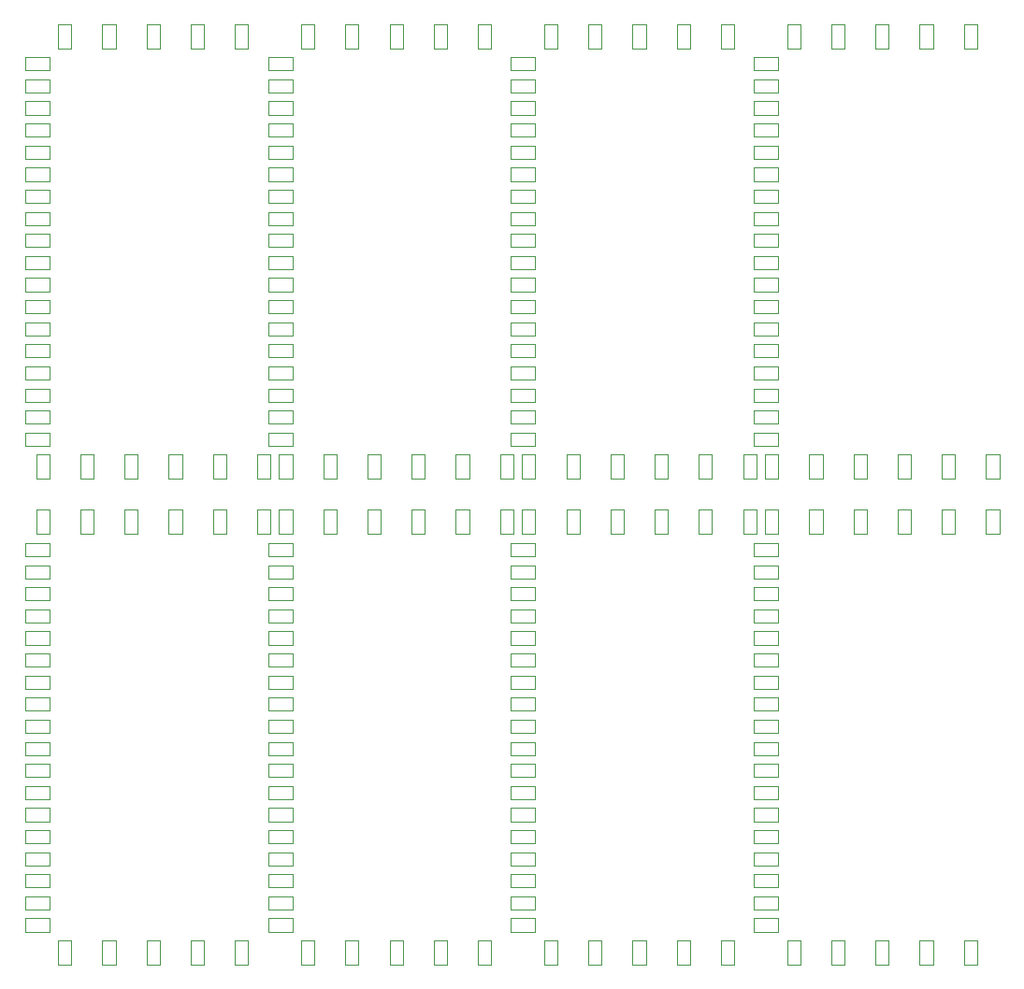
<source format=gbo>
G04 #@! TF.GenerationSoftware,KiCad,Pcbnew,(6.0.2-0)*
G04 #@! TF.CreationDate,2022-05-19T22:51:58+02:00*
G04 #@! TF.ProjectId,nixie,6e697869-652e-46b6-9963-61645f706362,rev?*
G04 #@! TF.SameCoordinates,Original*
G04 #@! TF.FileFunction,Legend,Bot*
G04 #@! TF.FilePolarity,Positive*
%FSLAX46Y46*%
G04 Gerber Fmt 4.6, Leading zero omitted, Abs format (unit mm)*
G04 Created by KiCad (PCBNEW (6.0.2-0)) date 2022-05-19 22:51:58*
%MOMM*%
%LPD*%
G01*
G04 APERTURE LIST*
%ADD10C,0.120000*%
G04 APERTURE END LIST*
D10*
G04 #@! TO.C,CP4*
X139100000Y-113400000D02*
X139100000Y-115600000D01*
X139100000Y-113400000D02*
X137900000Y-113400000D01*
X137900000Y-115600000D02*
X137900000Y-113400000D01*
X137900000Y-115600000D02*
X139100000Y-115600000D01*
G04 #@! TO.C,CP34*
X127900000Y-76600000D02*
X127900000Y-74400000D01*
X129100000Y-74400000D02*
X127900000Y-74400000D01*
X129100000Y-74400000D02*
X129100000Y-76600000D01*
X127900000Y-76600000D02*
X129100000Y-76600000D01*
G04 #@! TO.C,CP38*
X103900000Y-115600000D02*
X103900000Y-113400000D01*
X105100000Y-113400000D02*
X103900000Y-113400000D01*
X103900000Y-115600000D02*
X105100000Y-115600000D01*
X105100000Y-113400000D02*
X105100000Y-115600000D01*
G04 #@! TO.C,CP72*
X141100000Y-112600000D02*
X138900000Y-112600000D01*
X141100000Y-112600000D02*
X141100000Y-111400000D01*
X138900000Y-111400000D02*
X138900000Y-112600000D01*
X138900000Y-111400000D02*
X141100000Y-111400000D01*
G04 #@! TO.C,CP111*
X116900000Y-135400000D02*
X116900000Y-136600000D01*
X119100000Y-136600000D02*
X116900000Y-136600000D01*
X116900000Y-135400000D02*
X119100000Y-135400000D01*
X119100000Y-136600000D02*
X119100000Y-135400000D01*
G04 #@! TO.C,CP63*
X119100000Y-118400000D02*
X119100000Y-120600000D01*
X117900000Y-120600000D02*
X119100000Y-120600000D01*
X119100000Y-118400000D02*
X117900000Y-118400000D01*
X117900000Y-120600000D02*
X117900000Y-118400000D01*
G04 #@! TO.C,CP110*
X97100000Y-98600000D02*
X94900000Y-98600000D01*
X94900000Y-97400000D02*
X97100000Y-97400000D01*
X97100000Y-98600000D02*
X97100000Y-97400000D01*
X94900000Y-97400000D02*
X94900000Y-98600000D01*
G04 #@! TO.C,CP24*
X153900000Y-76600000D02*
X153900000Y-74400000D01*
X155100000Y-74400000D02*
X153900000Y-74400000D01*
X153900000Y-76600000D02*
X155100000Y-76600000D01*
X155100000Y-74400000D02*
X155100000Y-76600000D01*
G04 #@! TO.C,CP58*
X121100000Y-74400000D02*
X119900000Y-74400000D01*
X119900000Y-76600000D02*
X119900000Y-74400000D01*
X121100000Y-74400000D02*
X121100000Y-76600000D01*
X119900000Y-76600000D02*
X121100000Y-76600000D01*
G04 #@! TO.C,CP31*
X105900000Y-159600000D02*
X107100000Y-159600000D01*
X107100000Y-157400000D02*
X105900000Y-157400000D01*
X105900000Y-159600000D02*
X105900000Y-157400000D01*
X107100000Y-157400000D02*
X107100000Y-159600000D01*
G04 #@! TO.C,CP102*
X141100000Y-102600000D02*
X138900000Y-102600000D01*
X138900000Y-101400000D02*
X141100000Y-101400000D01*
X138900000Y-101400000D02*
X138900000Y-102600000D01*
X141100000Y-102600000D02*
X141100000Y-101400000D01*
G04 #@! TO.C,CP130*
X116900000Y-91400000D02*
X116900000Y-92600000D01*
X119100000Y-92600000D02*
X119100000Y-91400000D01*
X119100000Y-92600000D02*
X116900000Y-92600000D01*
X116900000Y-91400000D02*
X119100000Y-91400000D01*
G04 #@! TO.C,CP220*
X160900000Y-89400000D02*
X160900000Y-90600000D01*
X163100000Y-90600000D02*
X163100000Y-89400000D01*
X163100000Y-90600000D02*
X160900000Y-90600000D01*
X160900000Y-89400000D02*
X163100000Y-89400000D01*
G04 #@! TO.C,CP232*
X163100000Y-78600000D02*
X160900000Y-78600000D01*
X160900000Y-77400000D02*
X163100000Y-77400000D01*
X163100000Y-78600000D02*
X163100000Y-77400000D01*
X160900000Y-77400000D02*
X160900000Y-78600000D01*
G04 #@! TO.C,CP100*
X119100000Y-102600000D02*
X116900000Y-102600000D01*
X116900000Y-101400000D02*
X119100000Y-101400000D01*
X119100000Y-102600000D02*
X119100000Y-101400000D01*
X116900000Y-101400000D02*
X116900000Y-102600000D01*
G04 #@! TO.C,CP114*
X141100000Y-98600000D02*
X141100000Y-97400000D01*
X138900000Y-97400000D02*
X138900000Y-98600000D01*
X138900000Y-97400000D02*
X141100000Y-97400000D01*
X141100000Y-98600000D02*
X138900000Y-98600000D01*
G04 #@! TO.C,CP10*
X135900000Y-76600000D02*
X135900000Y-74400000D01*
X137100000Y-74400000D02*
X137100000Y-76600000D01*
X135900000Y-76600000D02*
X137100000Y-76600000D01*
X137100000Y-74400000D02*
X135900000Y-74400000D01*
G04 #@! TO.C,CP167*
X141100000Y-154600000D02*
X141100000Y-153400000D01*
X141100000Y-154600000D02*
X138900000Y-154600000D01*
X138900000Y-153400000D02*
X138900000Y-154600000D01*
X138900000Y-153400000D02*
X141100000Y-153400000D01*
G04 #@! TO.C,CP122*
X94900000Y-93400000D02*
X94900000Y-94600000D01*
X97100000Y-94600000D02*
X94900000Y-94600000D01*
X97100000Y-94600000D02*
X97100000Y-93400000D01*
X94900000Y-93400000D02*
X97100000Y-93400000D01*
G04 #@! TO.C,CP104*
X94900000Y-99400000D02*
X97100000Y-99400000D01*
X97100000Y-100600000D02*
X94900000Y-100600000D01*
X94900000Y-99400000D02*
X94900000Y-100600000D01*
X97100000Y-100600000D02*
X97100000Y-99400000D01*
G04 #@! TO.C,CP174*
X138900000Y-77400000D02*
X138900000Y-78600000D01*
X141100000Y-78600000D02*
X138900000Y-78600000D01*
X138900000Y-77400000D02*
X141100000Y-77400000D01*
X141100000Y-78600000D02*
X141100000Y-77400000D01*
G04 #@! TO.C,CP56*
X97900000Y-76600000D02*
X97900000Y-74400000D01*
X97900000Y-76600000D02*
X99100000Y-76600000D01*
X99100000Y-74400000D02*
X97900000Y-74400000D01*
X99100000Y-74400000D02*
X99100000Y-76600000D01*
G04 #@! TO.C,CP11*
X157900000Y-159600000D02*
X159100000Y-159600000D01*
X157900000Y-159600000D02*
X157900000Y-157400000D01*
X159100000Y-157400000D02*
X159100000Y-159600000D01*
X159100000Y-157400000D02*
X157900000Y-157400000D01*
G04 #@! TO.C,CP60*
X143100000Y-74400000D02*
X143100000Y-76600000D01*
X143100000Y-74400000D02*
X141900000Y-74400000D01*
X141900000Y-76600000D02*
X143100000Y-76600000D01*
X141900000Y-76600000D02*
X141900000Y-74400000D01*
G04 #@! TO.C,CP214*
X160900000Y-95400000D02*
X163100000Y-95400000D01*
X163100000Y-96600000D02*
X163100000Y-95400000D01*
X160900000Y-95400000D02*
X160900000Y-96600000D01*
X163100000Y-96600000D02*
X160900000Y-96600000D01*
G04 #@! TO.C,CP159*
X116900000Y-151400000D02*
X116900000Y-152600000D01*
X119100000Y-152600000D02*
X116900000Y-152600000D01*
X116900000Y-151400000D02*
X119100000Y-151400000D01*
X119100000Y-152600000D02*
X119100000Y-151400000D01*
G04 #@! TO.C,CP85*
X97100000Y-128600000D02*
X94900000Y-128600000D01*
X94900000Y-127400000D02*
X97100000Y-127400000D01*
X94900000Y-127400000D02*
X94900000Y-128600000D01*
X97100000Y-128600000D02*
X97100000Y-127400000D01*
G04 #@! TO.C,CP105*
X119100000Y-134600000D02*
X116900000Y-134600000D01*
X116900000Y-133400000D02*
X116900000Y-134600000D01*
X119100000Y-134600000D02*
X119100000Y-133400000D01*
X116900000Y-133400000D02*
X119100000Y-133400000D01*
G04 #@! TO.C,CP116*
X94900000Y-95400000D02*
X94900000Y-96600000D01*
X97100000Y-96600000D02*
X94900000Y-96600000D01*
X97100000Y-96600000D02*
X97100000Y-95400000D01*
X94900000Y-95400000D02*
X97100000Y-95400000D01*
G04 #@! TO.C,CP186*
X173100000Y-74400000D02*
X171900000Y-74400000D01*
X171900000Y-76600000D02*
X171900000Y-74400000D01*
X171900000Y-76600000D02*
X173100000Y-76600000D01*
X173100000Y-74400000D02*
X173100000Y-76600000D01*
G04 #@! TO.C,CP46*
X125100000Y-74400000D02*
X123900000Y-74400000D01*
X125100000Y-74400000D02*
X125100000Y-76600000D01*
X123900000Y-76600000D02*
X125100000Y-76600000D01*
X123900000Y-76600000D02*
X123900000Y-74400000D01*
G04 #@! TO.C,CP203*
X163100000Y-128600000D02*
X160900000Y-128600000D01*
X163100000Y-128600000D02*
X163100000Y-127400000D01*
X160900000Y-127400000D02*
X163100000Y-127400000D01*
X160900000Y-127400000D02*
X160900000Y-128600000D01*
G04 #@! TO.C,CP141*
X119100000Y-146600000D02*
X119100000Y-145400000D01*
X119100000Y-146600000D02*
X116900000Y-146600000D01*
X116900000Y-145400000D02*
X116900000Y-146600000D01*
X116900000Y-145400000D02*
X119100000Y-145400000D01*
G04 #@! TO.C,CP97*
X94900000Y-131400000D02*
X94900000Y-132600000D01*
X97100000Y-132600000D02*
X97100000Y-131400000D01*
X97100000Y-132600000D02*
X94900000Y-132600000D01*
X94900000Y-131400000D02*
X97100000Y-131400000D01*
G04 #@! TO.C,CP204*
X163100000Y-106600000D02*
X160900000Y-106600000D01*
X163100000Y-106600000D02*
X163100000Y-105400000D01*
X160900000Y-105400000D02*
X163100000Y-105400000D01*
X160900000Y-105400000D02*
X160900000Y-106600000D01*
G04 #@! TO.C,CP155*
X138900000Y-149400000D02*
X138900000Y-150600000D01*
X138900000Y-149400000D02*
X141100000Y-149400000D01*
X141100000Y-150600000D02*
X141100000Y-149400000D01*
X141100000Y-150600000D02*
X138900000Y-150600000D01*
G04 #@! TO.C,CP79*
X94900000Y-125400000D02*
X94900000Y-126600000D01*
X97100000Y-126600000D02*
X97100000Y-125400000D01*
X94900000Y-125400000D02*
X97100000Y-125400000D01*
X97100000Y-126600000D02*
X94900000Y-126600000D01*
G04 #@! TO.C,CP124*
X116900000Y-93400000D02*
X119100000Y-93400000D01*
X119100000Y-94600000D02*
X119100000Y-93400000D01*
X116900000Y-93400000D02*
X116900000Y-94600000D01*
X119100000Y-94600000D02*
X116900000Y-94600000D01*
G04 #@! TO.C,CP66*
X139900000Y-115600000D02*
X141100000Y-115600000D01*
X139900000Y-115600000D02*
X139900000Y-113400000D01*
X141100000Y-113400000D02*
X139900000Y-113400000D01*
X141100000Y-113400000D02*
X141100000Y-115600000D01*
G04 #@! TO.C,CP2*
X115900000Y-115600000D02*
X117100000Y-115600000D01*
X115900000Y-115600000D02*
X115900000Y-113400000D01*
X117100000Y-113400000D02*
X115900000Y-113400000D01*
X117100000Y-113400000D02*
X117100000Y-115600000D01*
G04 #@! TO.C,CP229*
X160900000Y-153400000D02*
X163100000Y-153400000D01*
X160900000Y-153400000D02*
X160900000Y-154600000D01*
X163100000Y-154600000D02*
X160900000Y-154600000D01*
X163100000Y-154600000D02*
X163100000Y-153400000D01*
G04 #@! TO.C,CP77*
X138900000Y-123400000D02*
X141100000Y-123400000D01*
X141100000Y-124600000D02*
X141100000Y-123400000D01*
X138900000Y-123400000D02*
X138900000Y-124600000D01*
X141100000Y-124600000D02*
X138900000Y-124600000D01*
G04 #@! TO.C,CP59*
X143100000Y-157400000D02*
X141900000Y-157400000D01*
X143100000Y-157400000D02*
X143100000Y-159600000D01*
X141900000Y-159600000D02*
X141900000Y-157400000D01*
X141900000Y-159600000D02*
X143100000Y-159600000D01*
G04 #@! TO.C,CP33*
X129100000Y-157400000D02*
X127900000Y-157400000D01*
X127900000Y-159600000D02*
X127900000Y-157400000D01*
X129100000Y-157400000D02*
X129100000Y-159600000D01*
X127900000Y-159600000D02*
X129100000Y-159600000D01*
G04 #@! TO.C,CP51*
X121900000Y-120600000D02*
X121900000Y-118400000D01*
X123100000Y-118400000D02*
X121900000Y-118400000D01*
X123100000Y-118400000D02*
X123100000Y-120600000D01*
X121900000Y-120600000D02*
X123100000Y-120600000D01*
G04 #@! TO.C,CP149*
X141100000Y-148600000D02*
X141100000Y-147400000D01*
X138900000Y-147400000D02*
X141100000Y-147400000D01*
X141100000Y-148600000D02*
X138900000Y-148600000D01*
X138900000Y-147400000D02*
X138900000Y-148600000D01*
G04 #@! TO.C,CP216*
X160900000Y-93400000D02*
X160900000Y-94600000D01*
X163100000Y-94600000D02*
X163100000Y-93400000D01*
X160900000Y-93400000D02*
X163100000Y-93400000D01*
X163100000Y-94600000D02*
X160900000Y-94600000D01*
G04 #@! TO.C,CP5*
X159900000Y-120600000D02*
X161100000Y-120600000D01*
X159900000Y-120600000D02*
X159900000Y-118400000D01*
X161100000Y-118400000D02*
X161100000Y-120600000D01*
X161100000Y-118400000D02*
X159900000Y-118400000D01*
G04 #@! TO.C,CP18*
X155900000Y-115600000D02*
X155900000Y-113400000D01*
X157100000Y-113400000D02*
X155900000Y-113400000D01*
X155900000Y-115600000D02*
X157100000Y-115600000D01*
X157100000Y-113400000D02*
X157100000Y-115600000D01*
G04 #@! TO.C,CP62*
X97100000Y-113400000D02*
X95900000Y-113400000D01*
X97100000Y-113400000D02*
X97100000Y-115600000D01*
X95900000Y-115600000D02*
X97100000Y-115600000D01*
X95900000Y-115600000D02*
X95900000Y-113400000D01*
G04 #@! TO.C,CP64*
X117900000Y-115600000D02*
X117900000Y-113400000D01*
X119100000Y-113400000D02*
X119100000Y-115600000D01*
X119100000Y-113400000D02*
X117900000Y-113400000D01*
X117900000Y-115600000D02*
X119100000Y-115600000D01*
G04 #@! TO.C,CP215*
X163100000Y-140600000D02*
X160900000Y-140600000D01*
X163100000Y-140600000D02*
X163100000Y-139400000D01*
X160900000Y-139400000D02*
X163100000Y-139400000D01*
X160900000Y-139400000D02*
X160900000Y-140600000D01*
G04 #@! TO.C,CP205*
X163100000Y-130600000D02*
X160900000Y-130600000D01*
X160900000Y-129400000D02*
X163100000Y-129400000D01*
X163100000Y-130600000D02*
X163100000Y-129400000D01*
X160900000Y-129400000D02*
X160900000Y-130600000D01*
G04 #@! TO.C,CP15*
X135100000Y-118400000D02*
X135100000Y-120600000D01*
X135100000Y-118400000D02*
X133900000Y-118400000D01*
X133900000Y-120600000D02*
X135100000Y-120600000D01*
X133900000Y-120600000D02*
X133900000Y-118400000D01*
G04 #@! TO.C,CP198*
X160900000Y-111400000D02*
X163100000Y-111400000D01*
X163100000Y-112600000D02*
X160900000Y-112600000D01*
X160900000Y-111400000D02*
X160900000Y-112600000D01*
X163100000Y-112600000D02*
X163100000Y-111400000D01*
G04 #@! TO.C,CP178*
X179900000Y-76600000D02*
X181100000Y-76600000D01*
X179900000Y-76600000D02*
X179900000Y-74400000D01*
X181100000Y-74400000D02*
X179900000Y-74400000D01*
X181100000Y-74400000D02*
X181100000Y-76600000D01*
G04 #@! TO.C,CP144*
X138900000Y-87400000D02*
X138900000Y-88600000D01*
X141100000Y-88600000D02*
X138900000Y-88600000D01*
X141100000Y-88600000D02*
X141100000Y-87400000D01*
X138900000Y-87400000D02*
X141100000Y-87400000D01*
G04 #@! TO.C,CP109*
X97100000Y-136600000D02*
X94900000Y-136600000D01*
X94900000Y-135400000D02*
X97100000Y-135400000D01*
X97100000Y-136600000D02*
X97100000Y-135400000D01*
X94900000Y-135400000D02*
X94900000Y-136600000D01*
G04 #@! TO.C,CP183*
X173900000Y-120600000D02*
X175100000Y-120600000D01*
X175100000Y-118400000D02*
X175100000Y-120600000D01*
X175100000Y-118400000D02*
X173900000Y-118400000D01*
X173900000Y-120600000D02*
X173900000Y-118400000D01*
G04 #@! TO.C,CP173*
X141100000Y-156600000D02*
X138900000Y-156600000D01*
X138900000Y-155400000D02*
X141100000Y-155400000D01*
X141100000Y-156600000D02*
X141100000Y-155400000D01*
X138900000Y-155400000D02*
X138900000Y-156600000D01*
G04 #@! TO.C,CP19*
X109900000Y-159600000D02*
X111100000Y-159600000D01*
X111100000Y-157400000D02*
X111100000Y-159600000D01*
X109900000Y-159600000D02*
X109900000Y-157400000D01*
X111100000Y-157400000D02*
X109900000Y-157400000D01*
G04 #@! TO.C,CP231*
X160900000Y-155400000D02*
X163100000Y-155400000D01*
X160900000Y-155400000D02*
X160900000Y-156600000D01*
X163100000Y-156600000D02*
X163100000Y-155400000D01*
X163100000Y-156600000D02*
X160900000Y-156600000D01*
G04 #@! TO.C,CP47*
X145900000Y-159600000D02*
X147100000Y-159600000D01*
X147100000Y-157400000D02*
X145900000Y-157400000D01*
X147100000Y-157400000D02*
X147100000Y-159600000D01*
X145900000Y-159600000D02*
X145900000Y-157400000D01*
G04 #@! TO.C,CP176*
X183100000Y-113400000D02*
X183100000Y-115600000D01*
X181900000Y-115600000D02*
X181900000Y-113400000D01*
X183100000Y-113400000D02*
X181900000Y-113400000D01*
X181900000Y-115600000D02*
X183100000Y-115600000D01*
G04 #@! TO.C,CP127*
X97100000Y-142600000D02*
X94900000Y-142600000D01*
X94900000Y-141400000D02*
X97100000Y-141400000D01*
X94900000Y-141400000D02*
X94900000Y-142600000D01*
X97100000Y-142600000D02*
X97100000Y-141400000D01*
G04 #@! TO.C,CP218*
X163100000Y-92600000D02*
X163100000Y-91400000D01*
X163100000Y-92600000D02*
X160900000Y-92600000D01*
X160900000Y-91400000D02*
X163100000Y-91400000D01*
X160900000Y-91400000D02*
X160900000Y-92600000D01*
G04 #@! TO.C,CP226*
X160900000Y-83400000D02*
X160900000Y-84600000D01*
X160900000Y-83400000D02*
X163100000Y-83400000D01*
X163100000Y-84600000D02*
X163100000Y-83400000D01*
X163100000Y-84600000D02*
X160900000Y-84600000D01*
G04 #@! TO.C,CP115*
X97100000Y-138600000D02*
X97100000Y-137400000D01*
X94900000Y-137400000D02*
X94900000Y-138600000D01*
X97100000Y-138600000D02*
X94900000Y-138600000D01*
X94900000Y-137400000D02*
X97100000Y-137400000D01*
G04 #@! TO.C,CP16*
X135100000Y-113400000D02*
X135100000Y-115600000D01*
X133900000Y-115600000D02*
X135100000Y-115600000D01*
X133900000Y-115600000D02*
X133900000Y-113400000D01*
X135100000Y-113400000D02*
X133900000Y-113400000D01*
G04 #@! TO.C,CP13*
X111900000Y-120600000D02*
X113100000Y-120600000D01*
X113100000Y-118400000D02*
X111900000Y-118400000D01*
X113100000Y-118400000D02*
X113100000Y-120600000D01*
X111900000Y-120600000D02*
X111900000Y-118400000D01*
G04 #@! TO.C,CP210*
X163100000Y-100600000D02*
X160900000Y-100600000D01*
X163100000Y-100600000D02*
X163100000Y-99400000D01*
X160900000Y-99400000D02*
X160900000Y-100600000D01*
X160900000Y-99400000D02*
X163100000Y-99400000D01*
G04 #@! TO.C,CP188*
X169900000Y-115600000D02*
X169900000Y-113400000D01*
X169900000Y-115600000D02*
X171100000Y-115600000D01*
X171100000Y-113400000D02*
X169900000Y-113400000D01*
X171100000Y-113400000D02*
X171100000Y-115600000D01*
G04 #@! TO.C,CP86*
X97100000Y-106600000D02*
X94900000Y-106600000D01*
X94900000Y-105400000D02*
X97100000Y-105400000D01*
X94900000Y-105400000D02*
X94900000Y-106600000D01*
X97100000Y-106600000D02*
X97100000Y-105400000D01*
G04 #@! TO.C,CP28*
X131100000Y-113400000D02*
X129900000Y-113400000D01*
X131100000Y-113400000D02*
X131100000Y-115600000D01*
X129900000Y-115600000D02*
X129900000Y-113400000D01*
X129900000Y-115600000D02*
X131100000Y-115600000D01*
G04 #@! TO.C,CP139*
X94900000Y-145400000D02*
X94900000Y-146600000D01*
X94900000Y-145400000D02*
X97100000Y-145400000D01*
X97100000Y-146600000D02*
X94900000Y-146600000D01*
X97100000Y-146600000D02*
X97100000Y-145400000D01*
G04 #@! TO.C,CP201*
X163100000Y-126600000D02*
X160900000Y-126600000D01*
X160900000Y-125400000D02*
X160900000Y-126600000D01*
X160900000Y-125400000D02*
X163100000Y-125400000D01*
X163100000Y-126600000D02*
X163100000Y-125400000D01*
G04 #@! TO.C,CP118*
X119100000Y-96600000D02*
X116900000Y-96600000D01*
X116900000Y-95400000D02*
X119100000Y-95400000D01*
X116900000Y-95400000D02*
X116900000Y-96600000D01*
X119100000Y-96600000D02*
X119100000Y-95400000D01*
G04 #@! TO.C,CP7*
X115100000Y-157400000D02*
X113900000Y-157400000D01*
X113900000Y-159600000D02*
X113900000Y-157400000D01*
X115100000Y-157400000D02*
X115100000Y-159600000D01*
X113900000Y-159600000D02*
X115100000Y-159600000D01*
G04 #@! TO.C,CP74*
X97100000Y-110600000D02*
X97100000Y-109400000D01*
X97100000Y-110600000D02*
X94900000Y-110600000D01*
X94900000Y-109400000D02*
X94900000Y-110600000D01*
X94900000Y-109400000D02*
X97100000Y-109400000D01*
G04 #@! TO.C,CP69*
X119100000Y-122600000D02*
X119100000Y-121400000D01*
X116900000Y-121400000D02*
X116900000Y-122600000D01*
X116900000Y-121400000D02*
X119100000Y-121400000D01*
X119100000Y-122600000D02*
X116900000Y-122600000D01*
G04 #@! TO.C,CP75*
X119100000Y-124600000D02*
X119100000Y-123400000D01*
X116900000Y-123400000D02*
X119100000Y-123400000D01*
X116900000Y-123400000D02*
X116900000Y-124600000D01*
X119100000Y-124600000D02*
X116900000Y-124600000D01*
G04 #@! TO.C,CP96*
X138900000Y-103400000D02*
X141100000Y-103400000D01*
X141100000Y-104600000D02*
X141100000Y-103400000D01*
X141100000Y-104600000D02*
X138900000Y-104600000D01*
X138900000Y-103400000D02*
X138900000Y-104600000D01*
G04 #@! TO.C,CP194*
X165100000Y-74400000D02*
X163900000Y-74400000D01*
X163900000Y-76600000D02*
X165100000Y-76600000D01*
X165100000Y-74400000D02*
X165100000Y-76600000D01*
X163900000Y-76600000D02*
X163900000Y-74400000D01*
G04 #@! TO.C,CP117*
X116900000Y-137400000D02*
X119100000Y-137400000D01*
X116900000Y-137400000D02*
X116900000Y-138600000D01*
X119100000Y-138600000D02*
X119100000Y-137400000D01*
X119100000Y-138600000D02*
X116900000Y-138600000D01*
G04 #@! TO.C,CP138*
X138900000Y-89400000D02*
X138900000Y-90600000D01*
X138900000Y-89400000D02*
X141100000Y-89400000D01*
X141100000Y-90600000D02*
X141100000Y-89400000D01*
X141100000Y-90600000D02*
X138900000Y-90600000D01*
G04 #@! TO.C,CP223*
X160900000Y-147400000D02*
X160900000Y-148600000D01*
X163100000Y-148600000D02*
X163100000Y-147400000D01*
X163100000Y-148600000D02*
X160900000Y-148600000D01*
X160900000Y-147400000D02*
X163100000Y-147400000D01*
G04 #@! TO.C,CP145*
X97100000Y-148600000D02*
X94900000Y-148600000D01*
X94900000Y-147400000D02*
X94900000Y-148600000D01*
X97100000Y-148600000D02*
X97100000Y-147400000D01*
X94900000Y-147400000D02*
X97100000Y-147400000D01*
G04 #@! TO.C,CP199*
X160900000Y-123400000D02*
X163100000Y-123400000D01*
X163100000Y-124600000D02*
X163100000Y-123400000D01*
X163100000Y-124600000D02*
X160900000Y-124600000D01*
X160900000Y-123400000D02*
X160900000Y-124600000D01*
G04 #@! TO.C,CP172*
X119100000Y-78600000D02*
X119100000Y-77400000D01*
X119100000Y-78600000D02*
X116900000Y-78600000D01*
X116900000Y-77400000D02*
X119100000Y-77400000D01*
X116900000Y-77400000D02*
X116900000Y-78600000D01*
G04 #@! TO.C,CP125*
X138900000Y-139400000D02*
X138900000Y-140600000D01*
X141100000Y-140600000D02*
X141100000Y-139400000D01*
X141100000Y-140600000D02*
X138900000Y-140600000D01*
X138900000Y-139400000D02*
X141100000Y-139400000D01*
G04 #@! TO.C,CP67*
X94900000Y-121400000D02*
X94900000Y-122600000D01*
X97100000Y-122600000D02*
X94900000Y-122600000D01*
X94900000Y-121400000D02*
X97100000Y-121400000D01*
X97100000Y-122600000D02*
X97100000Y-121400000D01*
G04 #@! TO.C,CP121*
X97100000Y-140600000D02*
X94900000Y-140600000D01*
X94900000Y-139400000D02*
X97100000Y-139400000D01*
X94900000Y-139400000D02*
X94900000Y-140600000D01*
X97100000Y-140600000D02*
X97100000Y-139400000D01*
G04 #@! TO.C,CP153*
X119100000Y-150600000D02*
X119100000Y-149400000D01*
X116900000Y-149400000D02*
X116900000Y-150600000D01*
X119100000Y-150600000D02*
X116900000Y-150600000D01*
X116900000Y-149400000D02*
X119100000Y-149400000D01*
G04 #@! TO.C,CP189*
X169100000Y-157400000D02*
X169100000Y-159600000D01*
X167900000Y-159600000D02*
X167900000Y-157400000D01*
X167900000Y-159600000D02*
X169100000Y-159600000D01*
X169100000Y-157400000D02*
X167900000Y-157400000D01*
G04 #@! TO.C,CP40*
X125900000Y-115600000D02*
X125900000Y-113400000D01*
X127100000Y-113400000D02*
X127100000Y-115600000D01*
X125900000Y-115600000D02*
X127100000Y-115600000D01*
X127100000Y-113400000D02*
X125900000Y-113400000D01*
G04 #@! TO.C,CP55*
X97900000Y-159600000D02*
X99100000Y-159600000D01*
X99100000Y-157400000D02*
X99100000Y-159600000D01*
X97900000Y-159600000D02*
X97900000Y-157400000D01*
X99100000Y-157400000D02*
X97900000Y-157400000D01*
G04 #@! TO.C,CP140*
X97100000Y-88600000D02*
X94900000Y-88600000D01*
X97100000Y-88600000D02*
X97100000Y-87400000D01*
X94900000Y-87400000D02*
X94900000Y-88600000D01*
X94900000Y-87400000D02*
X97100000Y-87400000D01*
G04 #@! TO.C,CP160*
X116900000Y-81400000D02*
X119100000Y-81400000D01*
X119100000Y-82600000D02*
X116900000Y-82600000D01*
X116900000Y-81400000D02*
X116900000Y-82600000D01*
X119100000Y-82600000D02*
X119100000Y-81400000D01*
G04 #@! TO.C,CP151*
X97100000Y-150600000D02*
X94900000Y-150600000D01*
X94900000Y-149400000D02*
X97100000Y-149400000D01*
X97100000Y-150600000D02*
X97100000Y-149400000D01*
X94900000Y-149400000D02*
X94900000Y-150600000D01*
G04 #@! TO.C,CP211*
X160900000Y-135400000D02*
X163100000Y-135400000D01*
X160900000Y-135400000D02*
X160900000Y-136600000D01*
X163100000Y-136600000D02*
X163100000Y-135400000D01*
X163100000Y-136600000D02*
X160900000Y-136600000D01*
G04 #@! TO.C,CP30*
X153100000Y-113400000D02*
X153100000Y-115600000D01*
X151900000Y-115600000D02*
X151900000Y-113400000D01*
X151900000Y-115600000D02*
X153100000Y-115600000D01*
X153100000Y-113400000D02*
X151900000Y-113400000D01*
G04 #@! TO.C,CP146*
X97100000Y-86600000D02*
X97100000Y-85400000D01*
X97100000Y-86600000D02*
X94900000Y-86600000D01*
X94900000Y-85400000D02*
X97100000Y-85400000D01*
X94900000Y-85400000D02*
X94900000Y-86600000D01*
G04 #@! TO.C,CP94*
X116900000Y-103400000D02*
X116900000Y-104600000D01*
X119100000Y-104600000D02*
X116900000Y-104600000D01*
X119100000Y-104600000D02*
X119100000Y-103400000D01*
X116900000Y-103400000D02*
X119100000Y-103400000D01*
G04 #@! TO.C,CP177*
X179900000Y-159600000D02*
X179900000Y-157400000D01*
X181100000Y-157400000D02*
X181100000Y-159600000D01*
X179900000Y-159600000D02*
X181100000Y-159600000D01*
X181100000Y-157400000D02*
X179900000Y-157400000D01*
G04 #@! TO.C,CP161*
X141100000Y-152600000D02*
X141100000Y-151400000D01*
X141100000Y-152600000D02*
X138900000Y-152600000D01*
X138900000Y-151400000D02*
X138900000Y-152600000D01*
X138900000Y-151400000D02*
X141100000Y-151400000D01*
G04 #@! TO.C,CP76*
X119100000Y-110600000D02*
X116900000Y-110600000D01*
X116900000Y-109400000D02*
X116900000Y-110600000D01*
X119100000Y-110600000D02*
X119100000Y-109400000D01*
X116900000Y-109400000D02*
X119100000Y-109400000D01*
G04 #@! TO.C,CP81*
X119100000Y-126600000D02*
X119100000Y-125400000D01*
X119100000Y-126600000D02*
X116900000Y-126600000D01*
X116900000Y-125400000D02*
X116900000Y-126600000D01*
X116900000Y-125400000D02*
X119100000Y-125400000D01*
G04 #@! TO.C,CP169*
X94900000Y-155400000D02*
X97100000Y-155400000D01*
X97100000Y-156600000D02*
X97100000Y-155400000D01*
X94900000Y-155400000D02*
X94900000Y-156600000D01*
X97100000Y-156600000D02*
X94900000Y-156600000D01*
G04 #@! TO.C,CP95*
X141100000Y-130600000D02*
X141100000Y-129400000D01*
X141100000Y-130600000D02*
X138900000Y-130600000D01*
X138900000Y-129400000D02*
X138900000Y-130600000D01*
X138900000Y-129400000D02*
X141100000Y-129400000D01*
G04 #@! TO.C,CP133*
X94900000Y-143400000D02*
X94900000Y-144600000D01*
X94900000Y-143400000D02*
X97100000Y-143400000D01*
X97100000Y-144600000D02*
X97100000Y-143400000D01*
X97100000Y-144600000D02*
X94900000Y-144600000D01*
G04 #@! TO.C,CP135*
X119100000Y-144600000D02*
X119100000Y-143400000D01*
X116900000Y-143400000D02*
X116900000Y-144600000D01*
X119100000Y-144600000D02*
X116900000Y-144600000D01*
X116900000Y-143400000D02*
X119100000Y-143400000D01*
G04 #@! TO.C,CP92*
X97100000Y-104600000D02*
X94900000Y-104600000D01*
X97100000Y-104600000D02*
X97100000Y-103400000D01*
X94900000Y-103400000D02*
X94900000Y-104600000D01*
X94900000Y-103400000D02*
X97100000Y-103400000D01*
G04 #@! TO.C,CP45*
X125100000Y-157400000D02*
X123900000Y-157400000D01*
X125100000Y-157400000D02*
X125100000Y-159600000D01*
X123900000Y-159600000D02*
X125100000Y-159600000D01*
X123900000Y-159600000D02*
X123900000Y-157400000D01*
G04 #@! TO.C,CP119*
X141100000Y-138600000D02*
X138900000Y-138600000D01*
X141100000Y-138600000D02*
X141100000Y-137400000D01*
X138900000Y-137400000D02*
X138900000Y-138600000D01*
X138900000Y-137400000D02*
X141100000Y-137400000D01*
G04 #@! TO.C,CP166*
X116900000Y-79400000D02*
X119100000Y-79400000D01*
X119100000Y-80600000D02*
X116900000Y-80600000D01*
X119100000Y-80600000D02*
X119100000Y-79400000D01*
X116900000Y-79400000D02*
X116900000Y-80600000D01*
G04 #@! TO.C,CP120*
X141100000Y-96600000D02*
X138900000Y-96600000D01*
X138900000Y-95400000D02*
X138900000Y-96600000D01*
X141100000Y-96600000D02*
X141100000Y-95400000D01*
X138900000Y-95400000D02*
X141100000Y-95400000D01*
G04 #@! TO.C,CP142*
X119100000Y-88600000D02*
X119100000Y-87400000D01*
X116900000Y-87400000D02*
X119100000Y-87400000D01*
X116900000Y-87400000D02*
X116900000Y-88600000D01*
X119100000Y-88600000D02*
X116900000Y-88600000D01*
G04 #@! TO.C,CP71*
X141100000Y-122600000D02*
X141100000Y-121400000D01*
X141100000Y-122600000D02*
X138900000Y-122600000D01*
X138900000Y-121400000D02*
X138900000Y-122600000D01*
X138900000Y-121400000D02*
X141100000Y-121400000D01*
G04 #@! TO.C,CP112*
X119100000Y-98600000D02*
X119100000Y-97400000D01*
X116900000Y-97400000D02*
X116900000Y-98600000D01*
X116900000Y-97400000D02*
X119100000Y-97400000D01*
X119100000Y-98600000D02*
X116900000Y-98600000D01*
G04 #@! TO.C,CP48*
X145900000Y-76600000D02*
X147100000Y-76600000D01*
X147100000Y-74400000D02*
X145900000Y-74400000D01*
X145900000Y-76600000D02*
X145900000Y-74400000D01*
X147100000Y-74400000D02*
X147100000Y-76600000D01*
G04 #@! TO.C,CP143*
X141100000Y-146600000D02*
X138900000Y-146600000D01*
X138900000Y-145400000D02*
X141100000Y-145400000D01*
X138900000Y-145400000D02*
X138900000Y-146600000D01*
X141100000Y-146600000D02*
X141100000Y-145400000D01*
G04 #@! TO.C,CP49*
X101100000Y-118400000D02*
X101100000Y-120600000D01*
X101100000Y-118400000D02*
X99900000Y-118400000D01*
X99900000Y-120600000D02*
X99900000Y-118400000D01*
X99900000Y-120600000D02*
X101100000Y-120600000D01*
G04 #@! TO.C,CP137*
X138900000Y-143400000D02*
X141100000Y-143400000D01*
X138900000Y-143400000D02*
X138900000Y-144600000D01*
X141100000Y-144600000D02*
X138900000Y-144600000D01*
X141100000Y-144600000D02*
X141100000Y-143400000D01*
G04 #@! TO.C,CP158*
X97100000Y-82600000D02*
X97100000Y-81400000D01*
X94900000Y-81400000D02*
X97100000Y-81400000D01*
X94900000Y-81400000D02*
X94900000Y-82600000D01*
X97100000Y-82600000D02*
X94900000Y-82600000D01*
G04 #@! TO.C,CP6*
X161100000Y-113400000D02*
X161100000Y-115600000D01*
X159900000Y-115600000D02*
X159900000Y-113400000D01*
X159900000Y-115600000D02*
X161100000Y-115600000D01*
X161100000Y-113400000D02*
X159900000Y-113400000D01*
G04 #@! TO.C,CP156*
X141100000Y-84600000D02*
X141100000Y-83400000D01*
X141100000Y-84600000D02*
X138900000Y-84600000D01*
X138900000Y-83400000D02*
X141100000Y-83400000D01*
X138900000Y-83400000D02*
X138900000Y-84600000D01*
G04 #@! TO.C,CP88*
X119100000Y-106600000D02*
X119100000Y-105400000D01*
X116900000Y-105400000D02*
X119100000Y-105400000D01*
X119100000Y-106600000D02*
X116900000Y-106600000D01*
X116900000Y-105400000D02*
X116900000Y-106600000D01*
G04 #@! TO.C,CP164*
X94900000Y-79400000D02*
X97100000Y-79400000D01*
X97100000Y-80600000D02*
X97100000Y-79400000D01*
X97100000Y-80600000D02*
X94900000Y-80600000D01*
X94900000Y-79400000D02*
X94900000Y-80600000D01*
G04 #@! TO.C,CP131*
X138900000Y-141400000D02*
X138900000Y-142600000D01*
X138900000Y-141400000D02*
X141100000Y-141400000D01*
X141100000Y-142600000D02*
X141100000Y-141400000D01*
X141100000Y-142600000D02*
X138900000Y-142600000D01*
G04 #@! TO.C,CP157*
X97100000Y-152600000D02*
X97100000Y-151400000D01*
X94900000Y-151400000D02*
X97100000Y-151400000D01*
X97100000Y-152600000D02*
X94900000Y-152600000D01*
X94900000Y-151400000D02*
X94900000Y-152600000D01*
G04 #@! TO.C,CP43*
X103100000Y-157400000D02*
X101900000Y-157400000D01*
X101900000Y-159600000D02*
X103100000Y-159600000D01*
X103100000Y-157400000D02*
X103100000Y-159600000D01*
X101900000Y-159600000D02*
X101900000Y-157400000D01*
G04 #@! TO.C,CP12*
X159100000Y-74400000D02*
X157900000Y-74400000D01*
X159100000Y-74400000D02*
X159100000Y-76600000D01*
X157900000Y-76600000D02*
X157900000Y-74400000D01*
X157900000Y-76600000D02*
X159100000Y-76600000D01*
G04 #@! TO.C,CP83*
X141100000Y-126600000D02*
X138900000Y-126600000D01*
X138900000Y-125400000D02*
X138900000Y-126600000D01*
X138900000Y-125400000D02*
X141100000Y-125400000D01*
X141100000Y-126600000D02*
X141100000Y-125400000D01*
G04 #@! TO.C,CP148*
X116900000Y-85400000D02*
X119100000Y-85400000D01*
X119100000Y-86600000D02*
X116900000Y-86600000D01*
X119100000Y-86600000D02*
X119100000Y-85400000D01*
X116900000Y-85400000D02*
X116900000Y-86600000D01*
G04 #@! TO.C,CP91*
X94900000Y-129400000D02*
X94900000Y-130600000D01*
X94900000Y-129400000D02*
X97100000Y-129400000D01*
X97100000Y-130600000D02*
X94900000Y-130600000D01*
X97100000Y-130600000D02*
X97100000Y-129400000D01*
G04 #@! TO.C,CP36*
X151100000Y-74400000D02*
X151100000Y-76600000D01*
X149900000Y-76600000D02*
X149900000Y-74400000D01*
X151100000Y-74400000D02*
X149900000Y-74400000D01*
X149900000Y-76600000D02*
X151100000Y-76600000D01*
G04 #@! TO.C,CP175*
X183100000Y-118400000D02*
X181900000Y-118400000D01*
X181900000Y-120600000D02*
X181900000Y-118400000D01*
X183100000Y-118400000D02*
X183100000Y-120600000D01*
X181900000Y-120600000D02*
X183100000Y-120600000D01*
G04 #@! TO.C,CP90*
X141100000Y-106600000D02*
X138900000Y-106600000D01*
X138900000Y-105400000D02*
X138900000Y-106600000D01*
X138900000Y-105400000D02*
X141100000Y-105400000D01*
X141100000Y-106600000D02*
X141100000Y-105400000D01*
G04 #@! TO.C,CP89*
X138900000Y-127400000D02*
X138900000Y-128600000D01*
X141100000Y-128600000D02*
X141100000Y-127400000D01*
X138900000Y-127400000D02*
X141100000Y-127400000D01*
X141100000Y-128600000D02*
X138900000Y-128600000D01*
G04 #@! TO.C,CP136*
X116900000Y-89400000D02*
X119100000Y-89400000D01*
X119100000Y-90600000D02*
X119100000Y-89400000D01*
X116900000Y-89400000D02*
X116900000Y-90600000D01*
X119100000Y-90600000D02*
X116900000Y-90600000D01*
G04 #@! TO.C,CP50*
X101100000Y-113400000D02*
X99900000Y-113400000D01*
X101100000Y-113400000D02*
X101100000Y-115600000D01*
X99900000Y-115600000D02*
X101100000Y-115600000D01*
X99900000Y-115600000D02*
X99900000Y-113400000D01*
G04 #@! TO.C,CP192*
X165900000Y-115600000D02*
X165900000Y-113400000D01*
X167100000Y-113400000D02*
X165900000Y-113400000D01*
X165900000Y-115600000D02*
X167100000Y-115600000D01*
X167100000Y-113400000D02*
X167100000Y-115600000D01*
G04 #@! TO.C,CP128*
X97100000Y-92600000D02*
X97100000Y-91400000D01*
X94900000Y-91400000D02*
X94900000Y-92600000D01*
X97100000Y-92600000D02*
X94900000Y-92600000D01*
X94900000Y-91400000D02*
X97100000Y-91400000D01*
G04 #@! TO.C,CP163*
X94900000Y-153400000D02*
X94900000Y-154600000D01*
X97100000Y-154600000D02*
X97100000Y-153400000D01*
X97100000Y-154600000D02*
X94900000Y-154600000D01*
X94900000Y-153400000D02*
X97100000Y-153400000D01*
G04 #@! TO.C,CP179*
X177900000Y-120600000D02*
X177900000Y-118400000D01*
X179100000Y-118400000D02*
X177900000Y-118400000D01*
X179100000Y-118400000D02*
X179100000Y-120600000D01*
X177900000Y-120600000D02*
X179100000Y-120600000D01*
G04 #@! TO.C,CP132*
X138900000Y-91400000D02*
X138900000Y-92600000D01*
X138900000Y-91400000D02*
X141100000Y-91400000D01*
X141100000Y-92600000D02*
X138900000Y-92600000D01*
X141100000Y-92600000D02*
X141100000Y-91400000D01*
G04 #@! TO.C,CP21*
X131900000Y-159600000D02*
X133100000Y-159600000D01*
X133100000Y-157400000D02*
X131900000Y-157400000D01*
X131900000Y-159600000D02*
X131900000Y-157400000D01*
X133100000Y-157400000D02*
X133100000Y-159600000D01*
G04 #@! TO.C,CP219*
X163100000Y-144600000D02*
X163100000Y-143400000D01*
X160900000Y-143400000D02*
X163100000Y-143400000D01*
X163100000Y-144600000D02*
X160900000Y-144600000D01*
X160900000Y-143400000D02*
X160900000Y-144600000D01*
G04 #@! TO.C,CP57*
X121100000Y-157400000D02*
X121100000Y-159600000D01*
X119900000Y-159600000D02*
X121100000Y-159600000D01*
X121100000Y-157400000D02*
X119900000Y-157400000D01*
X119900000Y-159600000D02*
X119900000Y-157400000D01*
G04 #@! TO.C,CP180*
X179100000Y-113400000D02*
X177900000Y-113400000D01*
X177900000Y-115600000D02*
X177900000Y-113400000D01*
X177900000Y-115600000D02*
X179100000Y-115600000D01*
X179100000Y-113400000D02*
X179100000Y-115600000D01*
G04 #@! TO.C,CP129*
X119100000Y-142600000D02*
X119100000Y-141400000D01*
X116900000Y-141400000D02*
X119100000Y-141400000D01*
X119100000Y-142600000D02*
X116900000Y-142600000D01*
X116900000Y-141400000D02*
X116900000Y-142600000D01*
G04 #@! TO.C,CP150*
X138900000Y-85400000D02*
X138900000Y-86600000D01*
X141100000Y-86600000D02*
X138900000Y-86600000D01*
X138900000Y-85400000D02*
X141100000Y-85400000D01*
X141100000Y-86600000D02*
X141100000Y-85400000D01*
G04 #@! TO.C,CP42*
X147900000Y-115600000D02*
X147900000Y-113400000D01*
X147900000Y-115600000D02*
X149100000Y-115600000D01*
X149100000Y-113400000D02*
X149100000Y-115600000D01*
X149100000Y-113400000D02*
X147900000Y-113400000D01*
G04 #@! TO.C,CP107*
X141100000Y-134600000D02*
X138900000Y-134600000D01*
X141100000Y-134600000D02*
X141100000Y-133400000D01*
X138900000Y-133400000D02*
X141100000Y-133400000D01*
X138900000Y-133400000D02*
X138900000Y-134600000D01*
G04 #@! TO.C,CP196*
X163100000Y-113400000D02*
X163100000Y-115600000D01*
X163100000Y-113400000D02*
X161900000Y-113400000D01*
X161900000Y-115600000D02*
X161900000Y-113400000D01*
X161900000Y-115600000D02*
X163100000Y-115600000D01*
G04 #@! TO.C,CP29*
X153100000Y-118400000D02*
X153100000Y-120600000D01*
X151900000Y-120600000D02*
X153100000Y-120600000D01*
X153100000Y-118400000D02*
X151900000Y-118400000D01*
X151900000Y-120600000D02*
X151900000Y-118400000D01*
G04 #@! TO.C,CP103*
X94900000Y-133400000D02*
X97100000Y-133400000D01*
X97100000Y-134600000D02*
X94900000Y-134600000D01*
X97100000Y-134600000D02*
X97100000Y-133400000D01*
X94900000Y-133400000D02*
X94900000Y-134600000D01*
G04 #@! TO.C,CP99*
X119100000Y-132600000D02*
X116900000Y-132600000D01*
X116900000Y-131400000D02*
X119100000Y-131400000D01*
X116900000Y-131400000D02*
X116900000Y-132600000D01*
X119100000Y-132600000D02*
X119100000Y-131400000D01*
G04 #@! TO.C,CP154*
X116900000Y-83400000D02*
X119100000Y-83400000D01*
X119100000Y-84600000D02*
X119100000Y-83400000D01*
X116900000Y-83400000D02*
X116900000Y-84600000D01*
X119100000Y-84600000D02*
X116900000Y-84600000D01*
G04 #@! TO.C,CP106*
X119100000Y-100600000D02*
X119100000Y-99400000D01*
X116900000Y-99400000D02*
X119100000Y-99400000D01*
X119100000Y-100600000D02*
X116900000Y-100600000D01*
X116900000Y-99400000D02*
X116900000Y-100600000D01*
G04 #@! TO.C,CP208*
X160900000Y-101400000D02*
X160900000Y-102600000D01*
X163100000Y-102600000D02*
X160900000Y-102600000D01*
X163100000Y-102600000D02*
X163100000Y-101400000D01*
X160900000Y-101400000D02*
X163100000Y-101400000D01*
G04 #@! TO.C,CP217*
X163100000Y-142600000D02*
X160900000Y-142600000D01*
X160900000Y-141400000D02*
X160900000Y-142600000D01*
X160900000Y-141400000D02*
X163100000Y-141400000D01*
X163100000Y-142600000D02*
X163100000Y-141400000D01*
G04 #@! TO.C,CP184*
X175100000Y-113400000D02*
X173900000Y-113400000D01*
X173900000Y-115600000D02*
X173900000Y-113400000D01*
X175100000Y-113400000D02*
X175100000Y-115600000D01*
X173900000Y-115600000D02*
X175100000Y-115600000D01*
G04 #@! TO.C,CP170*
X94900000Y-77400000D02*
X94900000Y-78600000D01*
X97100000Y-78600000D02*
X97100000Y-77400000D01*
X94900000Y-77400000D02*
X97100000Y-77400000D01*
X97100000Y-78600000D02*
X94900000Y-78600000D01*
G04 #@! TO.C,CP22*
X131900000Y-76600000D02*
X131900000Y-74400000D01*
X131900000Y-76600000D02*
X133100000Y-76600000D01*
X133100000Y-74400000D02*
X133100000Y-76600000D01*
X133100000Y-74400000D02*
X131900000Y-74400000D01*
G04 #@! TO.C,CP8*
X115100000Y-74400000D02*
X115100000Y-76600000D01*
X113900000Y-76600000D02*
X115100000Y-76600000D01*
X113900000Y-76600000D02*
X113900000Y-74400000D01*
X115100000Y-74400000D02*
X113900000Y-74400000D01*
G04 #@! TO.C,CP227*
X160900000Y-151400000D02*
X160900000Y-152600000D01*
X163100000Y-152600000D02*
X160900000Y-152600000D01*
X160900000Y-151400000D02*
X163100000Y-151400000D01*
X163100000Y-152600000D02*
X163100000Y-151400000D01*
G04 #@! TO.C,CP200*
X163100000Y-110600000D02*
X163100000Y-109400000D01*
X163100000Y-110600000D02*
X160900000Y-110600000D01*
X160900000Y-109400000D02*
X160900000Y-110600000D01*
X160900000Y-109400000D02*
X163100000Y-109400000D01*
G04 #@! TO.C,CP193*
X163900000Y-159600000D02*
X165100000Y-159600000D01*
X163900000Y-159600000D02*
X163900000Y-157400000D01*
X165100000Y-157400000D02*
X163900000Y-157400000D01*
X165100000Y-157400000D02*
X165100000Y-159600000D01*
G04 #@! TO.C,CP101*
X138900000Y-131400000D02*
X138900000Y-132600000D01*
X138900000Y-131400000D02*
X141100000Y-131400000D01*
X141100000Y-132600000D02*
X138900000Y-132600000D01*
X141100000Y-132600000D02*
X141100000Y-131400000D01*
G04 #@! TO.C,CP209*
X163100000Y-134600000D02*
X160900000Y-134600000D01*
X163100000Y-134600000D02*
X163100000Y-133400000D01*
X160900000Y-133400000D02*
X160900000Y-134600000D01*
X160900000Y-133400000D02*
X163100000Y-133400000D01*
G04 #@! TO.C,CP87*
X119100000Y-128600000D02*
X116900000Y-128600000D01*
X116900000Y-127400000D02*
X119100000Y-127400000D01*
X116900000Y-127400000D02*
X116900000Y-128600000D01*
X119100000Y-128600000D02*
X119100000Y-127400000D01*
G04 #@! TO.C,CP228*
X163100000Y-82600000D02*
X160900000Y-82600000D01*
X163100000Y-82600000D02*
X163100000Y-81400000D01*
X160900000Y-81400000D02*
X163100000Y-81400000D01*
X160900000Y-81400000D02*
X160900000Y-82600000D01*
G04 #@! TO.C,CP70*
X116900000Y-111400000D02*
X116900000Y-112600000D01*
X116900000Y-111400000D02*
X119100000Y-111400000D01*
X119100000Y-112600000D02*
X119100000Y-111400000D01*
X119100000Y-112600000D02*
X116900000Y-112600000D01*
G04 #@! TO.C,CP225*
X160900000Y-149400000D02*
X160900000Y-150600000D01*
X163100000Y-150600000D02*
X163100000Y-149400000D01*
X163100000Y-150600000D02*
X160900000Y-150600000D01*
X160900000Y-149400000D02*
X163100000Y-149400000D01*
G04 #@! TO.C,CP93*
X119100000Y-130600000D02*
X116900000Y-130600000D01*
X116900000Y-129400000D02*
X119100000Y-129400000D01*
X119100000Y-130600000D02*
X119100000Y-129400000D01*
X116900000Y-129400000D02*
X116900000Y-130600000D01*
G04 #@! TO.C,CP52*
X123100000Y-113400000D02*
X123100000Y-115600000D01*
X121900000Y-115600000D02*
X123100000Y-115600000D01*
X123100000Y-113400000D02*
X121900000Y-113400000D01*
X121900000Y-115600000D02*
X121900000Y-113400000D01*
G04 #@! TO.C,CP171*
X119100000Y-156600000D02*
X116900000Y-156600000D01*
X116900000Y-155400000D02*
X116900000Y-156600000D01*
X119100000Y-156600000D02*
X119100000Y-155400000D01*
X116900000Y-155400000D02*
X119100000Y-155400000D01*
G04 #@! TO.C,CP182*
X177100000Y-74400000D02*
X177100000Y-76600000D01*
X175900000Y-76600000D02*
X177100000Y-76600000D01*
X175900000Y-76600000D02*
X175900000Y-74400000D01*
X177100000Y-74400000D02*
X175900000Y-74400000D01*
G04 #@! TO.C,CP98*
X94900000Y-101400000D02*
X97100000Y-101400000D01*
X94900000Y-101400000D02*
X94900000Y-102600000D01*
X97100000Y-102600000D02*
X97100000Y-101400000D01*
X97100000Y-102600000D02*
X94900000Y-102600000D01*
G04 #@! TO.C,CP126*
X138900000Y-93400000D02*
X138900000Y-94600000D01*
X138900000Y-93400000D02*
X141100000Y-93400000D01*
X141100000Y-94600000D02*
X138900000Y-94600000D01*
X141100000Y-94600000D02*
X141100000Y-93400000D01*
G04 #@! TO.C,CP213*
X163100000Y-138600000D02*
X163100000Y-137400000D01*
X160900000Y-137400000D02*
X160900000Y-138600000D01*
X163100000Y-138600000D02*
X160900000Y-138600000D01*
X160900000Y-137400000D02*
X163100000Y-137400000D01*
G04 #@! TO.C,CP27*
X131100000Y-118400000D02*
X131100000Y-120600000D01*
X129900000Y-120600000D02*
X131100000Y-120600000D01*
X129900000Y-120600000D02*
X129900000Y-118400000D01*
X131100000Y-118400000D02*
X129900000Y-118400000D01*
G04 #@! TO.C,CP224*
X160900000Y-85400000D02*
X163100000Y-85400000D01*
X163100000Y-86600000D02*
X163100000Y-85400000D01*
X160900000Y-85400000D02*
X160900000Y-86600000D01*
X163100000Y-86600000D02*
X160900000Y-86600000D01*
G04 #@! TO.C,CP53*
X143900000Y-120600000D02*
X143900000Y-118400000D01*
X145100000Y-118400000D02*
X143900000Y-118400000D01*
X143900000Y-120600000D02*
X145100000Y-120600000D01*
X145100000Y-118400000D02*
X145100000Y-120600000D01*
G04 #@! TO.C,CP152*
X94900000Y-83400000D02*
X94900000Y-84600000D01*
X94900000Y-83400000D02*
X97100000Y-83400000D01*
X97100000Y-84600000D02*
X94900000Y-84600000D01*
X97100000Y-84600000D02*
X97100000Y-83400000D01*
G04 #@! TO.C,CP37*
X103900000Y-120600000D02*
X103900000Y-118400000D01*
X105100000Y-118400000D02*
X105100000Y-120600000D01*
X103900000Y-120600000D02*
X105100000Y-120600000D01*
X105100000Y-118400000D02*
X103900000Y-118400000D01*
G04 #@! TO.C,CP165*
X116900000Y-153400000D02*
X119100000Y-153400000D01*
X119100000Y-154600000D02*
X119100000Y-153400000D01*
X119100000Y-154600000D02*
X116900000Y-154600000D01*
X116900000Y-153400000D02*
X116900000Y-154600000D01*
G04 #@! TO.C,CP207*
X163100000Y-132600000D02*
X163100000Y-131400000D01*
X163100000Y-132600000D02*
X160900000Y-132600000D01*
X160900000Y-131400000D02*
X163100000Y-131400000D01*
X160900000Y-131400000D02*
X160900000Y-132600000D01*
G04 #@! TO.C,CP195*
X163100000Y-118400000D02*
X163100000Y-120600000D01*
X161900000Y-120600000D02*
X163100000Y-120600000D01*
X163100000Y-118400000D02*
X161900000Y-118400000D01*
X161900000Y-120600000D02*
X161900000Y-118400000D01*
G04 #@! TO.C,CP162*
X141100000Y-82600000D02*
X138900000Y-82600000D01*
X138900000Y-81400000D02*
X138900000Y-82600000D01*
X141100000Y-82600000D02*
X141100000Y-81400000D01*
X138900000Y-81400000D02*
X141100000Y-81400000D01*
G04 #@! TO.C,CP54*
X145100000Y-113400000D02*
X143900000Y-113400000D01*
X143900000Y-115600000D02*
X145100000Y-115600000D01*
X145100000Y-113400000D02*
X145100000Y-115600000D01*
X143900000Y-115600000D02*
X143900000Y-113400000D01*
G04 #@! TO.C,CP147*
X116900000Y-147400000D02*
X119100000Y-147400000D01*
X119100000Y-148600000D02*
X119100000Y-147400000D01*
X119100000Y-148600000D02*
X116900000Y-148600000D01*
X116900000Y-147400000D02*
X116900000Y-148600000D01*
G04 #@! TO.C,CP44*
X103100000Y-74400000D02*
X101900000Y-74400000D01*
X103100000Y-74400000D02*
X103100000Y-76600000D01*
X101900000Y-76600000D02*
X101900000Y-74400000D01*
X101900000Y-76600000D02*
X103100000Y-76600000D01*
G04 #@! TO.C,CP25*
X107900000Y-120600000D02*
X109100000Y-120600000D01*
X109100000Y-118400000D02*
X107900000Y-118400000D01*
X107900000Y-120600000D02*
X107900000Y-118400000D01*
X109100000Y-118400000D02*
X109100000Y-120600000D01*
G04 #@! TO.C,CP206*
X160900000Y-103400000D02*
X160900000Y-104600000D01*
X163100000Y-104600000D02*
X160900000Y-104600000D01*
X160900000Y-103400000D02*
X163100000Y-103400000D01*
X163100000Y-104600000D02*
X163100000Y-103400000D01*
G04 #@! TO.C,CP212*
X163100000Y-98600000D02*
X160900000Y-98600000D01*
X160900000Y-97400000D02*
X160900000Y-98600000D01*
X160900000Y-97400000D02*
X163100000Y-97400000D01*
X163100000Y-98600000D02*
X163100000Y-97400000D01*
G04 #@! TO.C,CP32*
X105900000Y-76600000D02*
X107100000Y-76600000D01*
X107100000Y-74400000D02*
X107100000Y-76600000D01*
X107100000Y-74400000D02*
X105900000Y-74400000D01*
X105900000Y-76600000D02*
X105900000Y-74400000D01*
G04 #@! TO.C,CP1*
X115900000Y-120600000D02*
X115900000Y-118400000D01*
X115900000Y-120600000D02*
X117100000Y-120600000D01*
X117100000Y-118400000D02*
X117100000Y-120600000D01*
X117100000Y-118400000D02*
X115900000Y-118400000D01*
G04 #@! TO.C,CP230*
X163100000Y-80600000D02*
X160900000Y-80600000D01*
X160900000Y-79400000D02*
X163100000Y-79400000D01*
X163100000Y-80600000D02*
X163100000Y-79400000D01*
X160900000Y-79400000D02*
X160900000Y-80600000D01*
G04 #@! TO.C,CP73*
X97100000Y-124600000D02*
X94900000Y-124600000D01*
X94900000Y-123400000D02*
X94900000Y-124600000D01*
X94900000Y-123400000D02*
X97100000Y-123400000D01*
X97100000Y-124600000D02*
X97100000Y-123400000D01*
G04 #@! TO.C,CP26*
X109100000Y-113400000D02*
X109100000Y-115600000D01*
X107900000Y-115600000D02*
X107900000Y-113400000D01*
X109100000Y-113400000D02*
X107900000Y-113400000D01*
X107900000Y-115600000D02*
X109100000Y-115600000D01*
G04 #@! TO.C,CP222*
X160900000Y-87400000D02*
X163100000Y-87400000D01*
X163100000Y-88600000D02*
X163100000Y-87400000D01*
X160900000Y-87400000D02*
X160900000Y-88600000D01*
X163100000Y-88600000D02*
X160900000Y-88600000D01*
G04 #@! TO.C,CP221*
X160900000Y-145400000D02*
X160900000Y-146600000D01*
X163100000Y-146600000D02*
X163100000Y-145400000D01*
X160900000Y-145400000D02*
X163100000Y-145400000D01*
X163100000Y-146600000D02*
X160900000Y-146600000D01*
G04 #@! TO.C,CP61*
X95900000Y-120600000D02*
X95900000Y-118400000D01*
X97100000Y-118400000D02*
X97100000Y-120600000D01*
X95900000Y-120600000D02*
X97100000Y-120600000D01*
X97100000Y-118400000D02*
X95900000Y-118400000D01*
G04 #@! TO.C,CP197*
X163100000Y-122600000D02*
X163100000Y-121400000D01*
X160900000Y-121400000D02*
X160900000Y-122600000D01*
X160900000Y-121400000D02*
X163100000Y-121400000D01*
X163100000Y-122600000D02*
X160900000Y-122600000D01*
G04 #@! TO.C,CP41*
X149100000Y-118400000D02*
X149100000Y-120600000D01*
X147900000Y-120600000D02*
X149100000Y-120600000D01*
X147900000Y-120600000D02*
X147900000Y-118400000D01*
X149100000Y-118400000D02*
X147900000Y-118400000D01*
G04 #@! TO.C,CP123*
X116900000Y-139400000D02*
X119100000Y-139400000D01*
X119100000Y-140600000D02*
X116900000Y-140600000D01*
X119100000Y-140600000D02*
X119100000Y-139400000D01*
X116900000Y-139400000D02*
X116900000Y-140600000D01*
G04 #@! TO.C,CP14*
X113100000Y-113400000D02*
X111900000Y-113400000D01*
X111900000Y-115600000D02*
X111900000Y-113400000D01*
X113100000Y-113400000D02*
X113100000Y-115600000D01*
X111900000Y-115600000D02*
X113100000Y-115600000D01*
G04 #@! TO.C,CP68*
X97100000Y-112600000D02*
X94900000Y-112600000D01*
X94900000Y-111400000D02*
X97100000Y-111400000D01*
X94900000Y-111400000D02*
X94900000Y-112600000D01*
X97100000Y-112600000D02*
X97100000Y-111400000D01*
G04 #@! TO.C,CP3*
X137900000Y-120600000D02*
X137900000Y-118400000D01*
X139100000Y-118400000D02*
X137900000Y-118400000D01*
X139100000Y-118400000D02*
X139100000Y-120600000D01*
X137900000Y-120600000D02*
X139100000Y-120600000D01*
G04 #@! TO.C,CP108*
X138900000Y-99400000D02*
X138900000Y-100600000D01*
X141100000Y-100600000D02*
X138900000Y-100600000D01*
X138900000Y-99400000D02*
X141100000Y-99400000D01*
X141100000Y-100600000D02*
X141100000Y-99400000D01*
G04 #@! TO.C,CP78*
X141100000Y-110600000D02*
X138900000Y-110600000D01*
X138900000Y-109400000D02*
X138900000Y-110600000D01*
X138900000Y-109400000D02*
X141100000Y-109400000D01*
X141100000Y-110600000D02*
X141100000Y-109400000D01*
G04 #@! TO.C,CP84*
X141100000Y-108600000D02*
X138900000Y-108600000D01*
X138900000Y-107400000D02*
X141100000Y-107400000D01*
X138900000Y-107400000D02*
X138900000Y-108600000D01*
X141100000Y-108600000D02*
X141100000Y-107400000D01*
G04 #@! TO.C,CP191*
X167100000Y-118400000D02*
X167100000Y-120600000D01*
X165900000Y-120600000D02*
X165900000Y-118400000D01*
X167100000Y-118400000D02*
X165900000Y-118400000D01*
X165900000Y-120600000D02*
X167100000Y-120600000D01*
G04 #@! TO.C,CP23*
X155100000Y-157400000D02*
X153900000Y-157400000D01*
X153900000Y-159600000D02*
X155100000Y-159600000D01*
X153900000Y-159600000D02*
X153900000Y-157400000D01*
X155100000Y-157400000D02*
X155100000Y-159600000D01*
G04 #@! TO.C,CP113*
X141100000Y-136600000D02*
X141100000Y-135400000D01*
X141100000Y-136600000D02*
X138900000Y-136600000D01*
X138900000Y-135400000D02*
X138900000Y-136600000D01*
X138900000Y-135400000D02*
X141100000Y-135400000D01*
G04 #@! TO.C,CP185*
X173100000Y-157400000D02*
X173100000Y-159600000D01*
X173100000Y-157400000D02*
X171900000Y-157400000D01*
X171900000Y-159600000D02*
X171900000Y-157400000D01*
X171900000Y-159600000D02*
X173100000Y-159600000D01*
G04 #@! TO.C,CP190*
X169100000Y-74400000D02*
X167900000Y-74400000D01*
X167900000Y-76600000D02*
X167900000Y-74400000D01*
X169100000Y-74400000D02*
X169100000Y-76600000D01*
X167900000Y-76600000D02*
X169100000Y-76600000D01*
G04 #@! TO.C,CP82*
X116900000Y-107400000D02*
X119100000Y-107400000D01*
X116900000Y-107400000D02*
X116900000Y-108600000D01*
X119100000Y-108600000D02*
X116900000Y-108600000D01*
X119100000Y-108600000D02*
X119100000Y-107400000D01*
G04 #@! TO.C,CP187*
X171100000Y-118400000D02*
X171100000Y-120600000D01*
X169900000Y-120600000D02*
X169900000Y-118400000D01*
X169900000Y-120600000D02*
X171100000Y-120600000D01*
X171100000Y-118400000D02*
X169900000Y-118400000D01*
G04 #@! TO.C,CP20*
X109900000Y-76600000D02*
X109900000Y-74400000D01*
X111100000Y-74400000D02*
X109900000Y-74400000D01*
X109900000Y-76600000D02*
X111100000Y-76600000D01*
X111100000Y-74400000D02*
X111100000Y-76600000D01*
G04 #@! TO.C,CP65*
X139900000Y-120600000D02*
X141100000Y-120600000D01*
X141100000Y-118400000D02*
X139900000Y-118400000D01*
X141100000Y-118400000D02*
X141100000Y-120600000D01*
X139900000Y-120600000D02*
X139900000Y-118400000D01*
G04 #@! TO.C,CP181*
X177100000Y-157400000D02*
X177100000Y-159600000D01*
X175900000Y-159600000D02*
X175900000Y-157400000D01*
X175900000Y-159600000D02*
X177100000Y-159600000D01*
X177100000Y-157400000D02*
X175900000Y-157400000D01*
G04 #@! TO.C,CP168*
X138900000Y-79400000D02*
X141100000Y-79400000D01*
X138900000Y-79400000D02*
X138900000Y-80600000D01*
X141100000Y-80600000D02*
X141100000Y-79400000D01*
X141100000Y-80600000D02*
X138900000Y-80600000D01*
G04 #@! TO.C,CP134*
X97100000Y-90600000D02*
X94900000Y-90600000D01*
X94900000Y-89400000D02*
X97100000Y-89400000D01*
X97100000Y-90600000D02*
X97100000Y-89400000D01*
X94900000Y-89400000D02*
X94900000Y-90600000D01*
G04 #@! TO.C,CP80*
X97100000Y-108600000D02*
X94900000Y-108600000D01*
X94900000Y-107400000D02*
X94900000Y-108600000D01*
X94900000Y-107400000D02*
X97100000Y-107400000D01*
X97100000Y-108600000D02*
X97100000Y-107400000D01*
G04 #@! TO.C,CP39*
X127100000Y-118400000D02*
X125900000Y-118400000D01*
X125900000Y-120600000D02*
X125900000Y-118400000D01*
X127100000Y-118400000D02*
X127100000Y-120600000D01*
X125900000Y-120600000D02*
X127100000Y-120600000D01*
G04 #@! TO.C,CP9*
X137100000Y-157400000D02*
X137100000Y-159600000D01*
X137100000Y-157400000D02*
X135900000Y-157400000D01*
X135900000Y-159600000D02*
X135900000Y-157400000D01*
X135900000Y-159600000D02*
X137100000Y-159600000D01*
G04 #@! TO.C,CP202*
X160900000Y-107400000D02*
X160900000Y-108600000D01*
X163100000Y-108600000D02*
X163100000Y-107400000D01*
X163100000Y-108600000D02*
X160900000Y-108600000D01*
X160900000Y-107400000D02*
X163100000Y-107400000D01*
G04 #@! TO.C,CP35*
X151100000Y-157400000D02*
X151100000Y-159600000D01*
X151100000Y-157400000D02*
X149900000Y-157400000D01*
X149900000Y-159600000D02*
X149900000Y-157400000D01*
X149900000Y-159600000D02*
X151100000Y-159600000D01*
G04 #@! TO.C,CP17*
X157100000Y-118400000D02*
X157100000Y-120600000D01*
X155900000Y-120600000D02*
X157100000Y-120600000D01*
X157100000Y-118400000D02*
X155900000Y-118400000D01*
X155900000Y-120600000D02*
X155900000Y-118400000D01*
G04 #@! TD*
M02*

</source>
